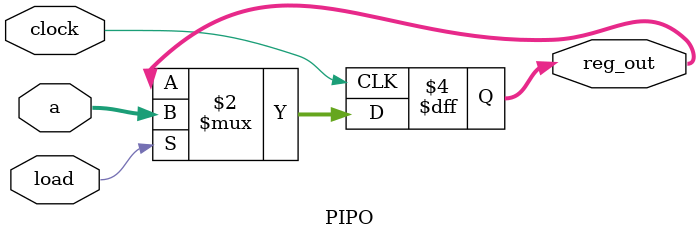
<source format=v>
`timescale 1ns / 1ps

module PIPO(a,clock,load,reg_out);

parameter n = 3;

input [3:0] a;
input clock;
input load;
output reg [n:0] reg_out;

always @(posedge clock)
begin
    if(load)
    reg_out <= a;
end
endmodule

</source>
